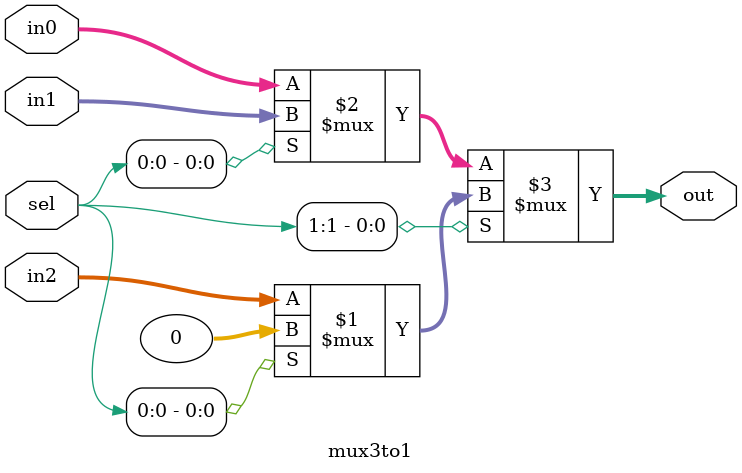
<source format=v>
module mux3to1 (
    input [31:0] in0,
    input [31:0] in1,
    input [31:0] in2,
    input [1:0] sel,
    output [31:0] out
);
   assign out = (sel[1]) ? (sel[0] ? 32'b0 : in2) : (sel[0] ? in1 : in0);
endmodule

</source>
